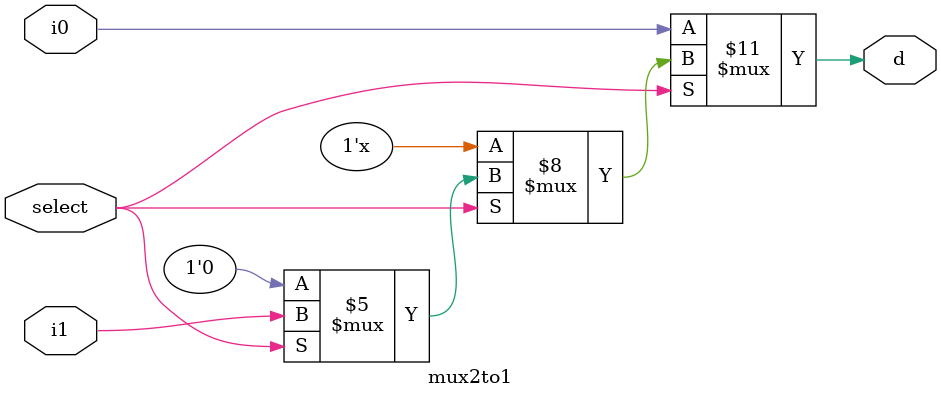
<source format=v>
`timescale 1ns / 1ps


module mux2to1(
    input  i0,
    input  i1,
    input  select,
    output reg d
    );
    
    
    always @(i0,i1,select)
    begin
        d = 0;
        
        if(select == 1'b0) begin
            d = i0;
        end
        else if(select == 1'b1) begin
            d = i1;
        end
    end    
    
endmodule

</source>
